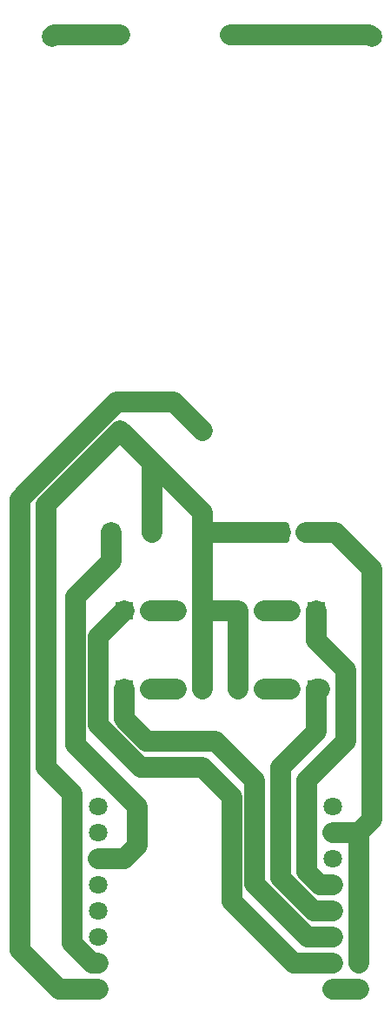
<source format=gbr>
G04 #@! TF.GenerationSoftware,KiCad,Pcbnew,(5.0.0)*
G04 #@! TF.CreationDate,2019-02-10T16:52:55+01:00*
G04 #@! TF.ProjectId,MrReflow,4D725265666C6F772E6B696361645F70,rev?*
G04 #@! TF.SameCoordinates,Original*
G04 #@! TF.FileFunction,Copper,L2,Bot,Signal*
G04 #@! TF.FilePolarity,Positive*
%FSLAX46Y46*%
G04 Gerber Fmt 4.6, Leading zero omitted, Abs format (unit mm)*
G04 Created by KiCad (PCBNEW (5.0.0)) date 02/10/19 16:52:55*
%MOMM*%
%LPD*%
G01*
G04 APERTURE LIST*
G04 #@! TA.AperFunction,ComponentPad*
%ADD10C,2.000000*%
G04 #@! TD*
G04 #@! TA.AperFunction,ComponentPad*
%ADD11C,1.860000*%
G04 #@! TD*
G04 #@! TA.AperFunction,ComponentPad*
%ADD12C,1.600000*%
G04 #@! TD*
G04 #@! TA.AperFunction,ComponentPad*
%ADD13R,1.600000X1.600000*%
G04 #@! TD*
G04 #@! TA.AperFunction,Conductor*
%ADD14C,0.100000*%
G04 #@! TD*
G04 #@! TA.AperFunction,ComponentPad*
%ADD15C,1.700000*%
G04 #@! TD*
G04 #@! TA.AperFunction,ComponentPad*
%ADD16O,1.700000X2.000000*%
G04 #@! TD*
G04 #@! TA.AperFunction,ComponentPad*
%ADD17C,1.800000*%
G04 #@! TD*
G04 #@! TA.AperFunction,ComponentPad*
%ADD18R,1.800000X1.800000*%
G04 #@! TD*
G04 #@! TA.AperFunction,ComponentPad*
%ADD19C,1.400000*%
G04 #@! TD*
G04 #@! TA.AperFunction,ComponentPad*
%ADD20O,1.400000X1.400000*%
G04 #@! TD*
G04 #@! TA.AperFunction,Conductor*
%ADD21C,2.000000*%
G04 #@! TD*
G04 APERTURE END LIST*
D10*
G04 #@! TO.P,H2,1*
G04 #@! TO.N,Net-(H2-Pad1)*
X179070000Y-40640000D03*
G04 #@! TD*
G04 #@! TO.P,H1,1*
G04 #@! TO.N,Net-(H1-Pad1)*
X147955000Y-40640000D03*
G04 #@! TD*
D11*
G04 #@! TO.P,U1,AC/L*
G04 #@! TO.N,Net-(H1-Pad1)*
X154580000Y-40440000D03*
G04 #@! TO.P,U1,AC/N*
G04 #@! TO.N,Net-(H2-Pad1)*
X165330000Y-40440000D03*
G04 #@! TO.P,U1,VNEG*
G04 #@! TO.N,Net-(BZ1-Pad2)*
X154580000Y-78940000D03*
G04 #@! TO.P,U1,VPOS*
G04 #@! TO.N,Net-(U1-PadVPOS)*
X162580000Y-78940000D03*
G04 #@! TD*
D12*
G04 #@! TO.P,BZ1,2*
G04 #@! TO.N,Net-(BZ1-Pad2)*
X157670000Y-88900000D03*
D13*
G04 #@! TO.P,BZ1,1*
G04 #@! TO.N,Net-(BZ1-Pad1)*
X153670000Y-88900000D03*
G04 #@! TD*
D14*
G04 #@! TO.N,Net-(BZ1-Pad2)*
G04 #@! TO.C,R6*
G36*
X170804504Y-87901204D02*
X170828773Y-87904804D01*
X170852571Y-87910765D01*
X170875671Y-87919030D01*
X170897849Y-87929520D01*
X170918893Y-87942133D01*
X170938598Y-87956747D01*
X170956777Y-87973223D01*
X170973253Y-87991402D01*
X170987867Y-88011107D01*
X171000480Y-88032151D01*
X171010970Y-88054329D01*
X171019235Y-88077429D01*
X171025196Y-88101227D01*
X171028796Y-88125496D01*
X171030000Y-88150000D01*
X171030000Y-89650000D01*
X171028796Y-89674504D01*
X171025196Y-89698773D01*
X171019235Y-89722571D01*
X171010970Y-89745671D01*
X171000480Y-89767849D01*
X170987867Y-89788893D01*
X170973253Y-89808598D01*
X170956777Y-89826777D01*
X170938598Y-89843253D01*
X170918893Y-89857867D01*
X170897849Y-89870480D01*
X170875671Y-89880970D01*
X170852571Y-89889235D01*
X170828773Y-89895196D01*
X170804504Y-89898796D01*
X170780000Y-89900000D01*
X169580000Y-89900000D01*
X169555496Y-89898796D01*
X169531227Y-89895196D01*
X169507429Y-89889235D01*
X169484329Y-89880970D01*
X169462151Y-89870480D01*
X169441107Y-89857867D01*
X169421402Y-89843253D01*
X169403223Y-89826777D01*
X169386747Y-89808598D01*
X169372133Y-89788893D01*
X169359520Y-89767849D01*
X169349030Y-89745671D01*
X169340765Y-89722571D01*
X169334804Y-89698773D01*
X169331204Y-89674504D01*
X169330000Y-89650000D01*
X169330000Y-88150000D01*
X169331204Y-88125496D01*
X169334804Y-88101227D01*
X169340765Y-88077429D01*
X169349030Y-88054329D01*
X169359520Y-88032151D01*
X169372133Y-88011107D01*
X169386747Y-87991402D01*
X169403223Y-87973223D01*
X169421402Y-87956747D01*
X169441107Y-87942133D01*
X169462151Y-87929520D01*
X169484329Y-87919030D01*
X169507429Y-87910765D01*
X169531227Y-87904804D01*
X169555496Y-87901204D01*
X169580000Y-87900000D01*
X170780000Y-87900000D01*
X170804504Y-87901204D01*
X170804504Y-87901204D01*
G37*
D15*
G04 #@! TD*
G04 #@! TO.P,R6,1*
G04 #@! TO.N,Net-(BZ1-Pad2)*
X170180000Y-88900000D03*
D16*
G04 #@! TO.P,R6,2*
G04 #@! TO.N,Net-(R5-Pad1)*
X172680000Y-88900000D03*
G04 #@! TD*
D17*
G04 #@! TO.P,D4,2*
G04 #@! TO.N,Net-(D4-Pad2)*
X157480000Y-104140000D03*
D18*
G04 #@! TO.P,D4,1*
G04 #@! TO.N,Net-(D4-Pad1)*
X154940000Y-104140000D03*
G04 #@! TD*
G04 #@! TO.P,D3,1*
G04 #@! TO.N,Net-(D3-Pad1)*
X173675505Y-104140000D03*
D17*
G04 #@! TO.P,D3,2*
G04 #@! TO.N,Net-(D3-Pad2)*
X171135505Y-104140000D03*
G04 #@! TD*
G04 #@! TO.P,D2,2*
G04 #@! TO.N,Net-(D2-Pad2)*
X171135505Y-96520000D03*
D18*
G04 #@! TO.P,D2,1*
G04 #@! TO.N,Net-(D2-Pad1)*
X173675505Y-96520000D03*
G04 #@! TD*
G04 #@! TO.P,D1,1*
G04 #@! TO.N,Net-(D1-Pad1)*
X154940000Y-96520000D03*
D17*
G04 #@! TO.P,D1,2*
G04 #@! TO.N,Net-(D1-Pad2)*
X157480000Y-96520000D03*
G04 #@! TD*
D19*
G04 #@! TO.P,R5,1*
G04 #@! TO.N,Net-(R5-Pad1)*
X177800000Y-130810000D03*
D20*
G04 #@! TO.P,R5,2*
G04 #@! TO.N,Net-(R5-Pad2)*
X177800000Y-133350000D03*
G04 #@! TD*
G04 #@! TO.P,R4,2*
G04 #@! TO.N,Net-(BZ1-Pad2)*
X162560000Y-104140000D03*
D19*
G04 #@! TO.P,R4,1*
G04 #@! TO.N,Net-(D4-Pad2)*
X160020000Y-104140000D03*
G04 #@! TD*
G04 #@! TO.P,R3,1*
G04 #@! TO.N,Net-(D3-Pad2)*
X168595505Y-104140000D03*
D20*
G04 #@! TO.P,R3,2*
G04 #@! TO.N,Net-(BZ1-Pad2)*
X166055505Y-104140000D03*
G04 #@! TD*
G04 #@! TO.P,R2,2*
G04 #@! TO.N,Net-(BZ1-Pad2)*
X166055505Y-96520000D03*
D19*
G04 #@! TO.P,R2,1*
G04 #@! TO.N,Net-(D2-Pad2)*
X168595505Y-96520000D03*
G04 #@! TD*
G04 #@! TO.P,R1,1*
G04 #@! TO.N,Net-(D1-Pad2)*
X160020000Y-96520000D03*
D20*
G04 #@! TO.P,R1,2*
G04 #@! TO.N,Net-(BZ1-Pad2)*
X162560000Y-96520000D03*
G04 #@! TD*
D17*
G04 #@! TO.P,U2,8*
G04 #@! TO.N,Net-(U2-Pad8)*
X152400000Y-115570000D03*
G04 #@! TO.P,U2,7*
G04 #@! TO.N,Net-(U2-Pad7)*
X152400000Y-118110000D03*
G04 #@! TO.P,U2,6*
G04 #@! TO.N,Net-(BZ1-Pad1)*
X152400000Y-120650000D03*
G04 #@! TO.P,U2,5*
G04 #@! TO.N,Net-(U2-Pad5)*
X152400000Y-123190000D03*
G04 #@! TO.P,U2,4*
G04 #@! TO.N,Net-(U2-Pad4)*
X152400000Y-125730000D03*
G04 #@! TO.P,U2,3*
G04 #@! TO.N,Net-(U2-Pad3)*
X152400000Y-128270000D03*
G04 #@! TO.P,U2,2*
G04 #@! TO.N,Net-(BZ1-Pad2)*
X152400000Y-130810000D03*
G04 #@! TO.P,U2,1*
G04 #@! TO.N,Net-(U1-PadVPOS)*
X152400000Y-133350000D03*
G04 #@! TO.P,U2,16*
G04 #@! TO.N,Net-(R5-Pad2)*
X175260000Y-133350000D03*
G04 #@! TO.P,U2,15*
G04 #@! TO.N,Net-(D1-Pad1)*
X175260000Y-130810000D03*
G04 #@! TO.P,U2,14*
G04 #@! TO.N,Net-(D4-Pad1)*
X175260000Y-128270000D03*
G04 #@! TO.P,U2,13*
G04 #@! TO.N,Net-(D3-Pad1)*
X175260000Y-125730000D03*
G04 #@! TO.P,U2,12*
G04 #@! TO.N,Net-(D2-Pad1)*
X175260000Y-123190000D03*
G04 #@! TO.P,U2,11*
G04 #@! TO.N,Net-(U2-Pad11)*
X175260000Y-120650000D03*
G04 #@! TO.P,U2,10*
G04 #@! TO.N,Net-(R5-Pad1)*
X175260000Y-118110000D03*
G04 #@! TO.P,U2,9*
G04 #@! TO.N,Net-(U2-Pad9)*
X175260000Y-115570000D03*
G04 #@! TD*
D21*
G04 #@! TO.N,Net-(BZ1-Pad1)*
X154940000Y-120650000D02*
X152400000Y-120650000D01*
X153670000Y-91700000D02*
X150199990Y-95170010D01*
X153670000Y-88900000D02*
X153670000Y-91700000D01*
X150199990Y-95170010D02*
X150199990Y-109559990D01*
X150199990Y-109559990D02*
X156210000Y-115570000D01*
X156210000Y-115570000D02*
X156210000Y-119380000D01*
X156210000Y-119380000D02*
X154940000Y-120650000D01*
G04 #@! TO.N,Net-(BZ1-Pad2)*
X166055505Y-96520000D02*
X166055505Y-104140000D01*
X162560000Y-96520000D02*
X162560000Y-104140000D01*
X162560000Y-96520000D02*
X166055505Y-96520000D01*
X157670000Y-82030000D02*
X157480000Y-81840000D01*
X157670000Y-88900000D02*
X157670000Y-82030000D01*
X154580000Y-78940000D02*
X157480000Y-81840000D01*
X157480000Y-81840000D02*
X162560000Y-86920000D01*
X151831998Y-130810000D02*
X149860000Y-128838002D01*
X152400000Y-130810000D02*
X151831998Y-130810000D01*
X149860000Y-128838002D02*
X149860000Y-114300000D01*
X154580000Y-78940000D02*
X147320000Y-86200000D01*
X147320000Y-111760000D02*
X149860000Y-114300000D01*
X147320000Y-86200000D02*
X147320000Y-111760000D01*
X170180000Y-88900000D02*
X162560000Y-88900000D01*
X162560000Y-86920000D02*
X162560000Y-88900000D01*
X162560000Y-88900000D02*
X162560000Y-96520000D01*
G04 #@! TO.N,Net-(U1-PadVPOS)*
X162580000Y-78940000D02*
X159840000Y-76200000D01*
X154208718Y-76200000D02*
X144780000Y-85628718D01*
X159840000Y-76200000D02*
X154208718Y-76200000D01*
X144780000Y-85628718D02*
X144780000Y-129540000D01*
X148590000Y-133350000D02*
X152400000Y-133350000D01*
X144780000Y-129540000D02*
X148590000Y-133350000D01*
G04 #@! TO.N,Net-(R5-Pad2)*
X177800000Y-133350000D02*
X175260000Y-133350000D01*
G04 #@! TO.N,Net-(D1-Pad1)*
X154940000Y-96520000D02*
X152400000Y-99060000D01*
X152400000Y-107611282D02*
X156548718Y-111760000D01*
X152400000Y-99060000D02*
X152400000Y-107611282D01*
X156548718Y-111760000D02*
X162560000Y-111760000D01*
X162560000Y-111760000D02*
X165439990Y-114639990D01*
X165439990Y-114639990D02*
X165439990Y-124799990D01*
X171450000Y-130810000D02*
X175260000Y-130810000D01*
X165439990Y-124799990D02*
X171450000Y-130810000D01*
G04 #@! TO.N,Net-(D4-Pad1)*
X154940000Y-107040000D02*
X154940000Y-104140000D01*
X175260000Y-128270000D02*
X172844643Y-128270000D01*
X172844643Y-128270000D02*
X167640000Y-123065357D01*
X167640000Y-113030000D02*
X163830000Y-109220000D01*
X167640000Y-123065357D02*
X167640000Y-113030000D01*
X157120000Y-109220000D02*
X154940000Y-107040000D01*
X163830000Y-109220000D02*
X157120000Y-109220000D01*
G04 #@! TO.N,Net-(D3-Pad1)*
X173675505Y-104140000D02*
X173990000Y-104140000D01*
X173415925Y-125730000D02*
X170180000Y-122494075D01*
X175260000Y-125730000D02*
X173415925Y-125730000D01*
X170180000Y-122494075D02*
X170180000Y-111760000D01*
X173675505Y-108264495D02*
X173675505Y-104140000D01*
X170180000Y-111760000D02*
X173675505Y-108264495D01*
G04 #@! TO.N,Net-(D2-Pad1)*
X173987208Y-123190000D02*
X175260000Y-123190000D01*
X176530000Y-102274495D02*
X176530000Y-109220000D01*
X173675505Y-96520000D02*
X173675505Y-99420000D01*
X173675505Y-99420000D02*
X176530000Y-102274495D01*
X172720000Y-113030000D02*
X172720000Y-121922792D01*
X176530000Y-109220000D02*
X172720000Y-113030000D01*
X172720000Y-121922792D02*
X173987208Y-123190000D01*
G04 #@! TO.N,Net-(R5-Pad1)*
X175530000Y-88900000D02*
X179070000Y-92440000D01*
X172680000Y-88900000D02*
X175530000Y-88900000D01*
X179070000Y-92440000D02*
X179070000Y-116840000D01*
X177800000Y-118110000D02*
X175260000Y-118110000D01*
X179070000Y-116840000D02*
X177800000Y-118110000D01*
X177800000Y-130810000D02*
X177800000Y-118110000D01*
G04 #@! TO.N,Net-(D1-Pad2)*
X157480000Y-96520000D02*
X160020000Y-96520000D01*
G04 #@! TO.N,Net-(D2-Pad2)*
X171135505Y-96520000D02*
X168595505Y-96520000D01*
G04 #@! TO.N,Net-(D3-Pad2)*
X168595505Y-104140000D02*
X171135505Y-104140000D01*
G04 #@! TO.N,Net-(D4-Pad2)*
X157480000Y-104140000D02*
X160020000Y-104140000D01*
G04 #@! TO.N,Net-(H1-Pad1)*
X154580000Y-40440000D02*
X148155000Y-40440000D01*
G04 #@! TO.N,Net-(H2-Pad1)*
X165330000Y-40440000D02*
X178870000Y-40440000D01*
G04 #@! TD*
M02*

</source>
